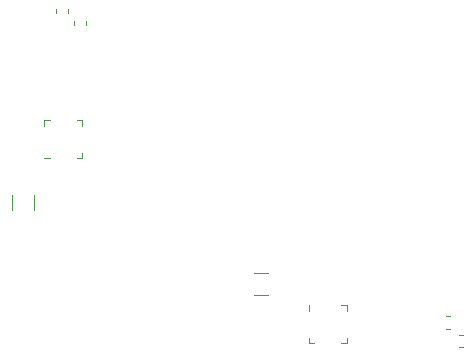
<source format=gbr>
G04 #@! TF.GenerationSoftware,KiCad,Pcbnew,5.99.0-unknown-128ec78~100~ubuntu18.04.1*
G04 #@! TF.CreationDate,2020-01-29T23:00:07+01:00*
G04 #@! TF.ProjectId,fab_v2,6661625f-7632-42e6-9b69-6361645f7063,rev?*
G04 #@! TF.SameCoordinates,PX251ced8PY3683460*
G04 #@! TF.FileFunction,Legend,Bot*
G04 #@! TF.FilePolarity,Positive*
%FSLAX46Y46*%
G04 Gerber Fmt 4.6, Leading zero omitted, Abs format (unit mm)*
G04 Created by KiCad (PCBNEW 5.99.0-unknown-128ec78~100~ubuntu18.04.1) date 2020-01-29 23:00:07*
%MOMM*%
%LPD*%
G04 APERTURE LIST*
%ADD10C,0.120000*%
G04 APERTURE END LIST*
D10*
X36193000Y-34884721D02*
X36193000Y-35210279D01*
X37213000Y-34884721D02*
X37213000Y-35210279D01*
X34669000Y-33868721D02*
X34669000Y-34194279D01*
X35689000Y-33868721D02*
X35689000Y-34194279D01*
X69123679Y-61436000D02*
X68798121Y-61436000D01*
X69123679Y-62456000D02*
X68798121Y-62456000D01*
X68057079Y-59886600D02*
X67731521Y-59886600D01*
X68057079Y-60906600D02*
X67731521Y-60906600D01*
X32787000Y-49637436D02*
X32787000Y-50841564D01*
X30967000Y-49637436D02*
X30967000Y-50841564D01*
X52672064Y-58030000D02*
X51467936Y-58030000D01*
X52672064Y-56210000D02*
X51467936Y-56210000D01*
X34171000Y-46512500D02*
X33696000Y-46512500D01*
X36916000Y-43292500D02*
X36916000Y-43767500D01*
X36441000Y-43292500D02*
X36916000Y-43292500D01*
X33696000Y-43292500D02*
X33696000Y-43767500D01*
X34171000Y-43292500D02*
X33696000Y-43292500D01*
X36916000Y-46512500D02*
X36916000Y-46037500D01*
X36441000Y-46512500D02*
X36916000Y-46512500D01*
X56073500Y-59414000D02*
X56073500Y-58939000D01*
X59293500Y-62159000D02*
X58818500Y-62159000D01*
X59293500Y-61684000D02*
X59293500Y-62159000D01*
X59293500Y-58939000D02*
X58818500Y-58939000D01*
X59293500Y-59414000D02*
X59293500Y-58939000D01*
X56073500Y-62159000D02*
X56548500Y-62159000D01*
X56073500Y-61684000D02*
X56073500Y-62159000D01*
M02*

</source>
